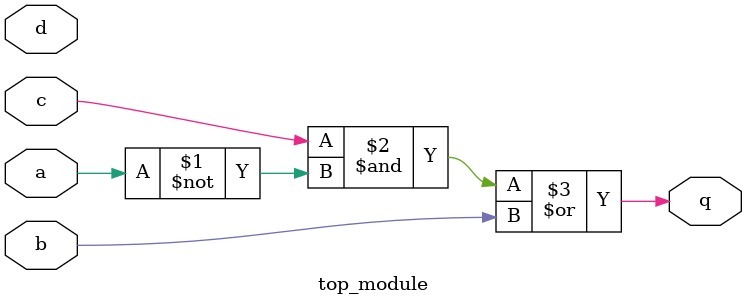
<source format=sv>
module top_module (
    input a, 
    input b, 
    input c, 
    input d,
    output q
);

assign q = (c & ~a) | b;

endmodule

</source>
